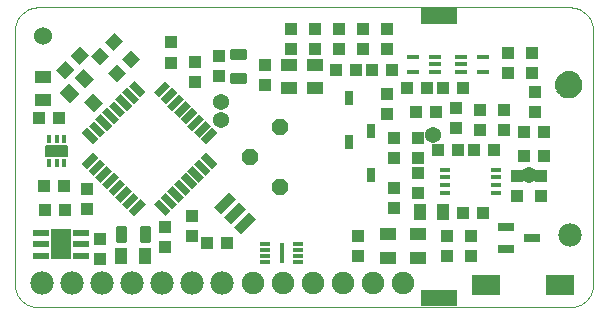
<source format=gts>
G75*
%MOIN*%
%OFA0B0*%
%FSLAX24Y24*%
%IPPOS*%
%LPD*%
%AMOC8*
5,1,8,0,0,1.08239X$1,22.5*
%
%ADD10C,0.0010*%
%ADD11OC8,0.0560*%
%ADD12R,0.0420X0.0440*%
%ADD13R,0.0440X0.0420*%
%ADD14R,0.0395X0.0552*%
%ADD15R,0.0316X0.0512*%
%ADD16R,0.0552X0.0395*%
%ADD17R,0.0355X0.0138*%
%ADD18R,0.0414X0.0182*%
%ADD19R,0.0440X0.0490*%
%ADD20C,0.0600*%
%ADD21R,0.0316X0.0709*%
%ADD22R,0.0540X0.0250*%
%ADD23R,0.0250X0.0540*%
%ADD24C,0.0089*%
%ADD25R,0.0571X0.0217*%
%ADD26R,0.0670X0.1024*%
%ADD27R,0.0158X0.0316*%
%ADD28C,0.0050*%
%ADD29R,0.0571X0.0296*%
%ADD30R,0.0560X0.0260*%
%ADD31C,0.0000*%
%ADD32C,0.0440*%
%ADD33R,0.0140X0.0140*%
%ADD34C,0.0780*%
%ADD35R,0.0946X0.0670*%
%ADD36C,0.0540*%
%ADD37R,0.1221X0.0540*%
%ADD38C,0.0749*%
%ADD39R,0.0119X0.0670*%
D10*
X000937Y002139D02*
X013750Y002139D01*
X014950Y002139D01*
X018654Y002139D01*
X018708Y002141D01*
X018761Y002146D01*
X018814Y002155D01*
X018866Y002168D01*
X018918Y002184D01*
X018968Y002204D01*
X019016Y002227D01*
X019063Y002254D01*
X019108Y002283D01*
X019151Y002316D01*
X019191Y002351D01*
X019229Y002389D01*
X019264Y002429D01*
X019297Y002472D01*
X019326Y002517D01*
X019353Y002564D01*
X019376Y002612D01*
X019396Y002662D01*
X019412Y002714D01*
X019425Y002766D01*
X019434Y002819D01*
X019439Y002872D01*
X019441Y002926D01*
X019441Y011352D01*
X019439Y011406D01*
X019434Y011459D01*
X019425Y011512D01*
X019412Y011564D01*
X019396Y011616D01*
X019376Y011666D01*
X019353Y011714D01*
X019326Y011761D01*
X019297Y011806D01*
X019264Y011849D01*
X019229Y011889D01*
X019191Y011927D01*
X019151Y011962D01*
X019108Y011995D01*
X019063Y012024D01*
X019016Y012051D01*
X018968Y012074D01*
X018918Y012094D01*
X018866Y012110D01*
X018814Y012123D01*
X018761Y012132D01*
X018708Y012137D01*
X018654Y012139D01*
X014900Y012139D01*
X013700Y012139D01*
X000937Y012139D01*
X000883Y012137D01*
X000830Y012132D01*
X000777Y012123D01*
X000725Y012110D01*
X000673Y012094D01*
X000623Y012074D01*
X000575Y012051D01*
X000528Y012024D01*
X000483Y011995D01*
X000440Y011962D01*
X000400Y011927D01*
X000362Y011889D01*
X000327Y011849D01*
X000294Y011806D01*
X000265Y011761D01*
X000238Y011714D01*
X000215Y011666D01*
X000195Y011616D01*
X000179Y011564D01*
X000166Y011512D01*
X000157Y011459D01*
X000152Y011406D01*
X000150Y011352D01*
X000150Y002926D01*
X000152Y002872D01*
X000157Y002819D01*
X000166Y002766D01*
X000179Y002714D01*
X000195Y002662D01*
X000215Y002612D01*
X000238Y002564D01*
X000265Y002517D01*
X000294Y002472D01*
X000327Y002429D01*
X000362Y002389D01*
X000400Y002351D01*
X000440Y002316D01*
X000483Y002283D01*
X000528Y002254D01*
X000575Y002227D01*
X000623Y002204D01*
X000673Y002184D01*
X000725Y002168D01*
X000777Y002155D01*
X000830Y002146D01*
X000883Y002141D01*
X000937Y002139D01*
D11*
X009008Y006139D03*
X008008Y007139D03*
X009008Y008139D03*
D12*
X008500Y009554D03*
X008500Y010224D03*
X009350Y010744D03*
X010150Y010744D03*
X010950Y010744D03*
X011750Y010744D03*
X012550Y010744D03*
X012550Y011414D03*
X011750Y011414D03*
X010950Y011414D03*
X010150Y011414D03*
X009350Y011414D03*
X006950Y010524D03*
X006150Y010332D03*
X005365Y010298D03*
X006150Y009663D03*
X006950Y009854D03*
X005365Y010968D03*
X012570Y009244D03*
X012570Y008574D03*
X012800Y007774D03*
X013600Y007774D03*
X014850Y008104D03*
X015650Y008054D03*
X016450Y008054D03*
X016450Y008724D03*
X015650Y008724D03*
X014850Y008774D03*
X016600Y009954D03*
X017400Y009954D03*
X017500Y009324D03*
X017500Y008654D03*
X013600Y007104D03*
X012800Y007104D03*
X013600Y006604D03*
X012800Y006124D03*
X013600Y005934D03*
X012800Y005454D03*
X011600Y004524D03*
X011600Y003854D03*
X014550Y003854D03*
X015350Y003854D03*
X015350Y004524D03*
X014550Y004524D03*
X016900Y005854D03*
X017700Y005854D03*
X017700Y006524D03*
X016900Y006524D03*
X016600Y010624D03*
X017400Y010624D03*
X006050Y005174D03*
X005150Y004824D03*
X006050Y004504D03*
X005150Y004154D03*
X003000Y004424D03*
X003000Y003754D03*
X002550Y005404D03*
X002550Y006074D03*
D13*
X001794Y006170D03*
X001125Y006170D03*
X001165Y005369D03*
X001835Y005369D03*
X006565Y004289D03*
X007235Y004289D03*
X014265Y007389D03*
X014935Y007389D03*
X015465Y007389D03*
X016135Y007389D03*
X017115Y007189D03*
X017785Y007189D03*
X017785Y007989D03*
X017115Y007989D03*
X015085Y009439D03*
X014415Y009439D03*
X013905Y009439D03*
X013235Y009439D03*
X012735Y010039D03*
X012065Y010039D03*
X011535Y010039D03*
X010865Y010039D03*
X013515Y008639D03*
X014185Y008639D03*
X015085Y005269D03*
X015755Y005269D03*
G36*
X004341Y010433D02*
X004030Y010122D01*
X003733Y010419D01*
X004044Y010730D01*
X004341Y010433D01*
G37*
G36*
X003867Y009959D02*
X003556Y009648D01*
X003259Y009945D01*
X003570Y010256D01*
X003867Y009959D01*
G37*
G36*
X003297Y010529D02*
X002986Y010218D01*
X002689Y010515D01*
X003000Y010826D01*
X003297Y010529D01*
G37*
G36*
X003771Y011003D02*
X003460Y010692D01*
X003163Y010989D01*
X003474Y011300D01*
X003771Y011003D01*
G37*
G36*
X002018Y010525D02*
X002329Y010836D01*
X002626Y010539D01*
X002315Y010228D01*
X002018Y010525D01*
G37*
G36*
X001545Y010052D02*
X001856Y010363D01*
X002153Y010066D01*
X001842Y009755D01*
X001545Y010052D01*
G37*
X001635Y008439D03*
X000965Y008439D03*
D14*
X003706Y003839D03*
X004494Y003839D03*
X013656Y005319D03*
X014444Y005319D03*
D15*
X012040Y006561D03*
X011300Y007661D03*
X012040Y008017D03*
X011300Y009117D03*
D16*
X010150Y009445D03*
X009300Y009445D03*
X009300Y010233D03*
X010150Y010233D03*
X001088Y009833D03*
X001088Y009045D03*
X012600Y004583D03*
X013600Y004583D03*
X013600Y003795D03*
X012600Y003795D03*
D17*
X009601Y003841D03*
X009601Y004038D03*
X009601Y004234D03*
X009601Y003644D03*
X008499Y003644D03*
X008499Y003841D03*
X008499Y004038D03*
X008499Y004234D03*
X014504Y005955D03*
X014504Y006211D03*
X014504Y006467D03*
X014504Y006723D03*
X016196Y006723D03*
X016196Y006467D03*
X016196Y006211D03*
X016196Y005955D03*
D18*
X015774Y009983D03*
X015026Y009983D03*
X015026Y010239D03*
X015026Y010495D03*
X015774Y010495D03*
X014174Y010495D03*
X014174Y010239D03*
X014174Y009983D03*
X013426Y009983D03*
X013426Y010495D03*
D19*
G36*
X002455Y008973D02*
X002766Y009284D01*
X003111Y008939D01*
X002800Y008628D01*
X002455Y008973D01*
G37*
G36*
X001642Y009291D02*
X001953Y009602D01*
X002298Y009257D01*
X001987Y008946D01*
X001642Y009291D01*
G37*
G36*
X002793Y009752D02*
X002482Y009441D01*
X002137Y009786D01*
X002448Y010097D01*
X002793Y009752D01*
G37*
D20*
X001100Y011189D03*
D21*
G36*
X007028Y005261D02*
X006804Y005485D01*
X007304Y005985D01*
X007528Y005761D01*
X007028Y005261D01*
G37*
G36*
X007362Y004927D02*
X007138Y005151D01*
X007638Y005651D01*
X007862Y005427D01*
X007362Y004927D01*
G37*
G36*
X007696Y004593D02*
X007472Y004817D01*
X007972Y005317D01*
X008196Y005093D01*
X007696Y004593D01*
G37*
D22*
G36*
X005186Y005966D02*
X005567Y005585D01*
X005390Y005408D01*
X005009Y005789D01*
X005186Y005966D01*
G37*
G36*
X005409Y006189D02*
X005790Y005808D01*
X005613Y005631D01*
X005232Y006012D01*
X005409Y006189D01*
G37*
G36*
X005632Y006412D02*
X006013Y006031D01*
X005836Y005854D01*
X005455Y006235D01*
X005632Y006412D01*
G37*
G36*
X005854Y006634D02*
X006235Y006253D01*
X006058Y006076D01*
X005677Y006457D01*
X005854Y006634D01*
G37*
G36*
X006077Y006857D02*
X006458Y006476D01*
X006281Y006299D01*
X005900Y006680D01*
X006077Y006857D01*
G37*
G36*
X006300Y007080D02*
X006681Y006699D01*
X006504Y006522D01*
X006123Y006903D01*
X006300Y007080D01*
G37*
G36*
X006522Y007303D02*
X006903Y006922D01*
X006726Y006745D01*
X006345Y007126D01*
X006522Y007303D01*
G37*
G36*
X003464Y009024D02*
X003845Y008643D01*
X003668Y008466D01*
X003287Y008847D01*
X003464Y009024D01*
G37*
G36*
X003687Y009247D02*
X004068Y008866D01*
X003891Y008689D01*
X003510Y009070D01*
X003687Y009247D01*
G37*
G36*
X003910Y009470D02*
X004291Y009089D01*
X004114Y008912D01*
X003733Y009293D01*
X003910Y009470D01*
G37*
G36*
X004132Y009693D02*
X004513Y009312D01*
X004336Y009135D01*
X003955Y009516D01*
X004132Y009693D01*
G37*
G36*
X003242Y008802D02*
X003623Y008421D01*
X003446Y008244D01*
X003065Y008625D01*
X003242Y008802D01*
G37*
G36*
X003019Y008579D02*
X003400Y008198D01*
X003223Y008021D01*
X002842Y008402D01*
X003019Y008579D01*
G37*
G36*
X002796Y008356D02*
X003177Y007975D01*
X003000Y007798D01*
X002619Y008179D01*
X002796Y008356D01*
G37*
G36*
X002574Y008134D02*
X002955Y007753D01*
X002778Y007576D01*
X002397Y007957D01*
X002574Y008134D01*
G37*
G36*
X004964Y005744D02*
X005345Y005363D01*
X005168Y005186D01*
X004787Y005567D01*
X004964Y005744D01*
G37*
D23*
G36*
X004336Y005744D02*
X004513Y005567D01*
X004132Y005186D01*
X003955Y005363D01*
X004336Y005744D01*
G37*
G36*
X004114Y005966D02*
X004291Y005789D01*
X003910Y005408D01*
X003733Y005585D01*
X004114Y005966D01*
G37*
G36*
X003891Y006189D02*
X004068Y006012D01*
X003687Y005631D01*
X003510Y005808D01*
X003891Y006189D01*
G37*
G36*
X003668Y006412D02*
X003845Y006235D01*
X003464Y005854D01*
X003287Y006031D01*
X003668Y006412D01*
G37*
G36*
X003446Y006634D02*
X003623Y006457D01*
X003242Y006076D01*
X003065Y006253D01*
X003446Y006634D01*
G37*
G36*
X003223Y006857D02*
X003400Y006680D01*
X003019Y006299D01*
X002842Y006476D01*
X003223Y006857D01*
G37*
G36*
X003000Y007080D02*
X003177Y006903D01*
X002796Y006522D01*
X002619Y006699D01*
X003000Y007080D01*
G37*
G36*
X002778Y007303D02*
X002955Y007126D01*
X002574Y006745D01*
X002397Y006922D01*
X002778Y007303D01*
G37*
G36*
X005836Y009024D02*
X006013Y008847D01*
X005632Y008466D01*
X005455Y008643D01*
X005836Y009024D01*
G37*
G36*
X005613Y009247D02*
X005790Y009070D01*
X005409Y008689D01*
X005232Y008866D01*
X005613Y009247D01*
G37*
G36*
X005390Y009470D02*
X005567Y009293D01*
X005186Y008912D01*
X005009Y009089D01*
X005390Y009470D01*
G37*
G36*
X005168Y009693D02*
X005345Y009516D01*
X004964Y009135D01*
X004787Y009312D01*
X005168Y009693D01*
G37*
G36*
X006058Y008802D02*
X006235Y008625D01*
X005854Y008244D01*
X005677Y008421D01*
X006058Y008802D01*
G37*
G36*
X006281Y008579D02*
X006458Y008402D01*
X006077Y008021D01*
X005900Y008198D01*
X006281Y008579D01*
G37*
G36*
X006504Y008356D02*
X006681Y008179D01*
X006300Y007798D01*
X006123Y007975D01*
X006504Y008356D01*
G37*
G36*
X006726Y008134D02*
X006903Y007957D01*
X006522Y007576D01*
X006345Y007753D01*
X006726Y008134D01*
G37*
D24*
X007832Y009662D02*
X007832Y009928D01*
X007832Y009662D02*
X007368Y009662D01*
X007368Y009928D01*
X007832Y009928D01*
X007832Y009750D02*
X007368Y009750D01*
X007368Y009838D02*
X007832Y009838D01*
X007832Y009926D02*
X007368Y009926D01*
X007832Y010450D02*
X007832Y010716D01*
X007832Y010450D02*
X007368Y010450D01*
X007368Y010716D01*
X007832Y010716D01*
X007832Y010538D02*
X007368Y010538D01*
X007368Y010626D02*
X007832Y010626D01*
X007832Y010714D02*
X007368Y010714D01*
X004627Y004357D02*
X004361Y004357D01*
X004361Y004821D01*
X004627Y004821D01*
X004627Y004357D01*
X004627Y004445D02*
X004361Y004445D01*
X004361Y004533D02*
X004627Y004533D01*
X004627Y004621D02*
X004361Y004621D01*
X004361Y004709D02*
X004627Y004709D01*
X004627Y004797D02*
X004361Y004797D01*
X003839Y004357D02*
X003573Y004357D01*
X003573Y004821D01*
X003839Y004821D01*
X003839Y004357D01*
X003839Y004445D02*
X003573Y004445D01*
X003573Y004533D02*
X003839Y004533D01*
X003839Y004621D02*
X003573Y004621D01*
X003573Y004709D02*
X003839Y004709D01*
X003839Y004797D02*
X003573Y004797D01*
D25*
X002357Y004633D03*
X002357Y004239D03*
X002357Y003845D03*
X001018Y003845D03*
X001018Y004239D03*
X001018Y004633D03*
D26*
X001687Y004239D03*
D27*
X001806Y006938D03*
X001550Y006938D03*
X001294Y006938D03*
X001294Y007765D03*
X001550Y007765D03*
X001806Y007765D03*
D28*
X001889Y007521D02*
X001211Y007521D01*
X001211Y007182D01*
X001889Y007182D01*
X001889Y007521D01*
X001889Y007474D02*
X001211Y007474D01*
X001211Y007426D02*
X001889Y007426D01*
X001889Y007377D02*
X001211Y007377D01*
X001211Y007329D02*
X001889Y007329D01*
X001889Y007280D02*
X001211Y007280D01*
X001211Y007232D02*
X001889Y007232D01*
X001889Y007183D02*
X001211Y007183D01*
X018206Y009479D02*
X018225Y009410D01*
X018255Y009345D01*
X018296Y009287D01*
X018346Y009236D01*
X018405Y009195D01*
X018470Y009165D01*
X018539Y009147D01*
X018610Y009140D01*
X018630Y009140D01*
X018701Y009147D01*
X018770Y009165D01*
X018835Y009195D01*
X018894Y009236D01*
X018944Y009287D01*
X018985Y009345D01*
X019015Y009410D01*
X019034Y009479D01*
X019040Y009550D01*
X019040Y009570D01*
X019032Y009650D01*
X019009Y009727D01*
X018971Y009798D01*
X018920Y009860D01*
X018858Y009911D01*
X018787Y009949D01*
X018710Y009972D01*
X018630Y009980D01*
X018610Y009980D01*
X018530Y009972D01*
X018453Y009949D01*
X018382Y009911D01*
X018320Y009860D01*
X018269Y009798D01*
X018231Y009727D01*
X018208Y009650D01*
X018200Y009570D01*
X018200Y009550D01*
X018206Y009479D01*
X018211Y009463D02*
X019029Y009463D01*
X019037Y009511D02*
X018203Y009511D01*
X018200Y009560D02*
X019040Y009560D01*
X019036Y009608D02*
X018204Y009608D01*
X018210Y009657D02*
X019030Y009657D01*
X019016Y009705D02*
X018224Y009705D01*
X018245Y009754D02*
X018995Y009754D01*
X018968Y009802D02*
X018272Y009802D01*
X018312Y009851D02*
X018928Y009851D01*
X018873Y009899D02*
X018367Y009899D01*
X018450Y009948D02*
X018790Y009948D01*
X019016Y009414D02*
X018224Y009414D01*
X018245Y009366D02*
X018995Y009366D01*
X018965Y009317D02*
X018275Y009317D01*
X018314Y009269D02*
X018926Y009269D01*
X018870Y009220D02*
X018370Y009220D01*
X018456Y009172D02*
X018784Y009172D01*
D29*
X001550Y007352D03*
D30*
X016520Y004809D03*
X017380Y004439D03*
X016520Y004069D03*
D31*
X018420Y009560D02*
X018422Y009588D01*
X018428Y009615D01*
X018437Y009641D01*
X018450Y009666D01*
X018467Y009689D01*
X018486Y009709D01*
X018508Y009726D01*
X018532Y009740D01*
X018558Y009750D01*
X018585Y009757D01*
X018613Y009760D01*
X018641Y009759D01*
X018668Y009754D01*
X018695Y009745D01*
X018720Y009733D01*
X018743Y009718D01*
X018764Y009699D01*
X018782Y009678D01*
X018797Y009654D01*
X018808Y009628D01*
X018816Y009602D01*
X018820Y009574D01*
X018820Y009546D01*
X018816Y009518D01*
X018808Y009492D01*
X018797Y009466D01*
X018782Y009442D01*
X018764Y009421D01*
X018743Y009402D01*
X018720Y009387D01*
X018695Y009375D01*
X018668Y009366D01*
X018641Y009361D01*
X018613Y009360D01*
X018585Y009363D01*
X018558Y009370D01*
X018532Y009380D01*
X018508Y009394D01*
X018486Y009411D01*
X018467Y009431D01*
X018450Y009454D01*
X018437Y009479D01*
X018428Y009505D01*
X018422Y009532D01*
X018420Y009560D01*
D32*
X018620Y009560D03*
D33*
X018620Y009850D03*
D34*
X018654Y004560D03*
X007050Y002939D03*
X006050Y002939D03*
X005050Y002939D03*
X004050Y002939D03*
X003050Y002939D03*
X002050Y002939D03*
X001050Y002939D03*
D35*
X015860Y002869D03*
X018340Y002869D03*
D36*
X017300Y006539D03*
X014100Y007889D03*
X007041Y008367D03*
X007041Y008996D03*
D37*
X014300Y011839D03*
X014300Y002439D03*
D38*
X013090Y002939D03*
X012100Y002939D03*
X011100Y002939D03*
X010100Y002939D03*
X009100Y002939D03*
X008100Y002939D03*
D39*
X009050Y003939D03*
M02*

</source>
